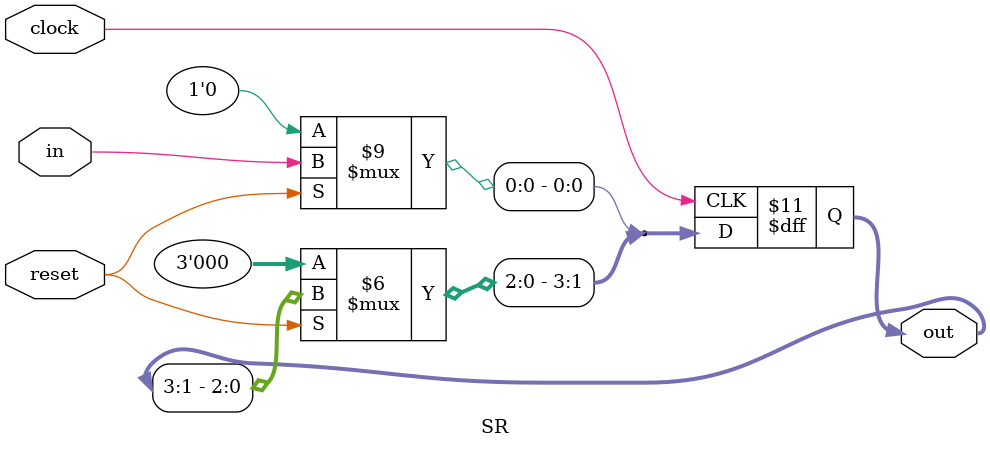
<source format=v>
`timescale 1ns / 1ps

module SR(
    input clock, reset, in,
    output reg [4:1] out
    );
    
initial out = 4'b0000;

always @(posedge clock) begin
    if (!reset) out = 4'b0000;
    else begin
        out = out << 1;
        out[1] = in;
    end
end
    
endmodule

</source>
